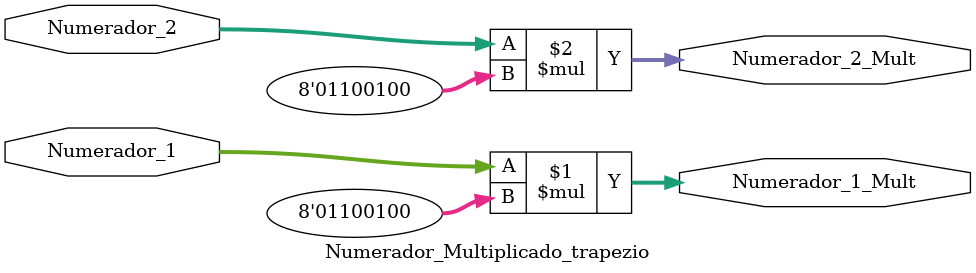
<source format=v>
/*============================================================================================================
  Este programa tem a finalidade de multiplicar o resultado do numerado calculado no 
 programa "triangulo" por 100. 
  Essa multiplicação é necessária para que o resultado seja expressado entre 0 e 100
 e não entre um numero fracionário entre 0 e 1.
 
 ===============================================================================================================*/	


module Numerador_Multiplicado_trapezio (Numerador_1, Numerador_2, Numerador_1_Mult, Numerador_2_Mult);
input [31:0] Numerador_1, Numerador_2;
output [31:0]  Numerador_1_Mult, Numerador_2_Mult;

parameter K = 8'd100; //100 decimal  

assign Numerador_1_Mult = Numerador_1*K;
assign Numerador_2_Mult = Numerador_2*K;

endmodule

</source>
